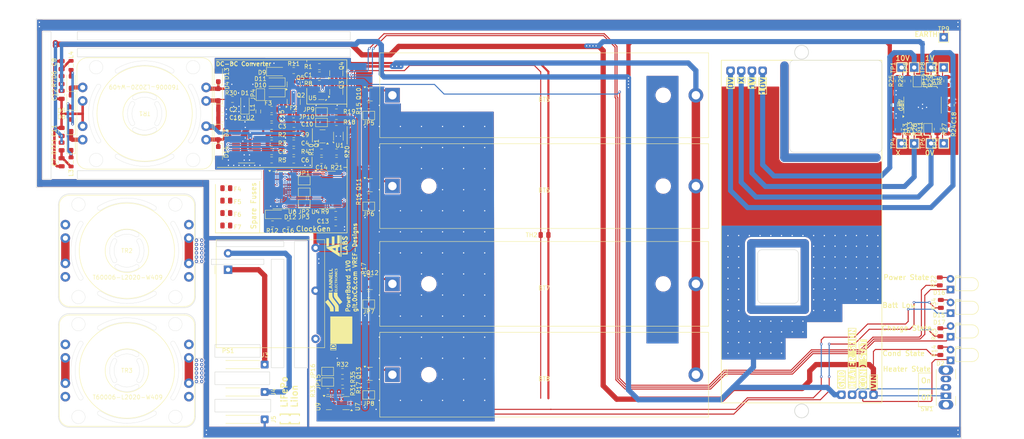
<source format=kicad_pcb>
(kicad_pcb
	(version 20240108)
	(generator "pcbnew")
	(generator_version "8.0")
	(general
		(thickness 1.6)
		(legacy_teardrops no)
	)
	(paper "A4")
	(layers
		(0 "F.Cu" signal)
		(31 "B.Cu" signal)
		(32 "B.Adhes" user "B.Adhesive")
		(33 "F.Adhes" user "F.Adhesive")
		(34 "B.Paste" user)
		(35 "F.Paste" user)
		(36 "B.SilkS" user "B.Silkscreen")
		(37 "F.SilkS" user "F.Silkscreen")
		(38 "B.Mask" user)
		(39 "F.Mask" user)
		(40 "Dwgs.User" user "User.Drawings")
		(41 "Cmts.User" user "User.Comments")
		(42 "Eco1.User" user "User.Eco1")
		(43 "Eco2.User" user "User.Eco2")
		(44 "Edge.Cuts" user)
		(45 "Margin" user)
		(46 "B.CrtYd" user "B.Courtyard")
		(47 "F.CrtYd" user "F.Courtyard")
		(48 "B.Fab" user)
		(49 "F.Fab" user)
		(50 "User.1" user)
		(51 "User.2" user)
		(52 "User.3" user)
		(53 "User.4" user)
		(54 "User.5" user)
		(55 "User.6" user)
		(56 "User.7" user)
		(57 "User.8" user)
		(58 "User.9" user)
	)
	(setup
		(pad_to_mask_clearance 0)
		(allow_soldermask_bridges_in_footprints no)
		(pcbplotparams
			(layerselection 0x00010fc_ffffffff)
			(plot_on_all_layers_selection 0x0000000_00000000)
			(disableapertmacros no)
			(usegerberextensions no)
			(usegerberattributes yes)
			(usegerberadvancedattributes yes)
			(creategerberjobfile yes)
			(dashed_line_dash_ratio 12.000000)
			(dashed_line_gap_ratio 3.000000)
			(svgprecision 4)
			(plotframeref no)
			(viasonmask no)
			(mode 1)
			(useauxorigin no)
			(hpglpennumber 1)
			(hpglpenspeed 20)
			(hpglpendiameter 15.000000)
			(pdf_front_fp_property_popups yes)
			(pdf_back_fp_property_popups yes)
			(dxfpolygonmode yes)
			(dxfimperialunits yes)
			(dxfusepcbnewfont yes)
			(psnegative no)
			(psa4output no)
			(plotreference yes)
			(plotvalue yes)
			(plotfptext yes)
			(plotinvisibletext no)
			(sketchpadsonfab no)
			(subtractmaskfromsilk no)
			(outputformat 1)
			(mirror no)
			(drillshape 0)
			(scaleselection 1)
			(outputdirectory "Gerbers/")
		)
	)
	(net 0 "")
	(net 1 "GND")
	(net 2 "unconnected-(PS1-NC-Pad3)")
	(net 3 "Net-(JP1-A)")
	(net 4 "Net-(JP1-B)")
	(net 5 "Net-(Q4-G)")
	(net 6 "/~{PG}")
	(net 7 "Net-(D5-K)")
	(net 8 "Net-(D5-A)")
	(net 9 "Net-(D6-A)")
	(net 10 "Net-(D7-A)")
	(net 11 "Net-(D10-A)")
	(net 12 "/STAT")
	(net 13 "Net-(D10-K)")
	(net 14 "Net-(Q1-S)")
	(net 15 "Net-(Q1-D)")
	(net 16 "Net-(JP2-A)")
	(net 17 "Net-(JP3-A)")
	(net 18 "/VIN")
	(net 19 "Net-(C11-Pad1)")
	(net 20 "unconnected-(U5-NC-Pad1)")
	(net 21 "Net-(D14-K)")
	(net 22 "Net-(D13-K)")
	(net 23 "Net-(U4-Pad4)")
	(net 24 "Net-(U2-CT)")
	(net 25 "Net-(C5-Pad2)")
	(net 26 "Net-(U2-VC)")
	(net 27 "Net-(C7-Pad2)")
	(net 28 "Net-(C8-Pad2)")
	(net 29 "/VDD")
	(net 30 "/VSS")
	(net 31 "Net-(U2-RVSL)")
	(net 32 "Net-(U2-RCSL)")
	(net 33 "Net-(U2-RT)")
	(net 34 "Net-(U2-PGND)")
	(net 35 "unconnected-(U2-DUTY-Pad3)")
	(net 36 "unconnected-(U2-SYNC-Pad4)")
	(net 37 "unconnected-(U2-NFB-Pad8)")
	(net 38 "Net-(U6B-Q3)")
	(net 39 "Net-(U4-Pad12)")
	(net 40 "Net-(U6A-Q0)")
	(net 41 "unconnected-(U6A-Q1-Pad4)")
	(net 42 "Net-(U6A-Q3)")
	(net 43 "unconnected-(U6A-Q2-Pad5)")
	(net 44 "/COND")
	(net 45 "/HEATER")
	(net 46 "Net-(D2-A)")
	(net 47 "Net-(J3-Pin_1)")
	(net 48 "Net-(J4-Pin_1)")
	(net 49 "Earth")
	(net 50 "/X")
	(net 51 "/10V")
	(net 52 "/1V")
	(net 53 "Net-(JP11-B)")
	(net 54 "Net-(BT5-+)")
	(net 55 "Net-(BT5--)")
	(net 56 "Net-(BT6-+)")
	(net 57 "Net-(BT7-+)")
	(net 58 "Net-(BT8-+)")
	(net 59 "Net-(U5-BAT)")
	(net 60 "Net-(C13-Pad2)")
	(net 61 "/POR")
	(net 62 "Net-(D11-A)")
	(net 63 "/5VIN")
	(net 64 "unconnected-(F4-Pad2)")
	(net 65 "unconnected-(F4-Pad1)")
	(net 66 "unconnected-(F5-Pad2)")
	(net 67 "unconnected-(F5-Pad1)")
	(net 68 "unconnected-(F6-Pad1)")
	(net 69 "unconnected-(F6-Pad2)")
	(net 70 "unconnected-(F7-Pad2)")
	(net 71 "unconnected-(F7-Pad1)")
	(net 72 "Net-(JP5-A)")
	(net 73 "/VBAT")
	(net 74 "Net-(JP6-A)")
	(net 75 "Net-(JP7-A)")
	(net 76 "Net-(JP8-A)")
	(net 77 "Net-(JP10-B)")
	(net 78 "Net-(JP9-A)")
	(net 79 "Net-(JP10-A)")
	(net 80 "/VIN-TOGGLE")
	(net 81 "Net-(Q2-S)")
	(net 82 "Net-(Q3-G)")
	(net 83 "Net-(Q3-D)")
	(net 84 "Net-(U5-V-)")
	(net 85 "/CLK")
	(net 86 "Net-(U1-ISET)")
	(net 87 "Net-(U1-TS)")
	(net 88 "Net-(D16-A)")
	(net 89 "Net-(D17-A)")
	(net 90 "Net-(JP12-B)")
	(net 91 "Net-(JP13-B)")
	(net 92 "Net-(JP14-B)")
	(net 93 "Net-(U8A--)")
	(net 94 "Net-(U8B--)")
	(net 95 "Net-(U8D--)")
	(net 96 "Net-(U8C--)")
	(net 97 "Net-(TR2-Pad2)")
	(net 98 "Net-(TR2-Pad6)")
	(net 99 "unconnected-(TR2-Pad1)")
	(net 100 "unconnected-(TR2-Pad8)")
	(net 101 "unconnected-(TR2-Pad5)")
	(net 102 "unconnected-(TR2-Pad4)")
	(net 103 "Net-(TR3-Pad6)")
	(net 104 "unconnected-(TR3-Pad4)")
	(net 105 "unconnected-(TR3-Pad1)")
	(net 106 "Net-(TR3-Pad2)")
	(net 107 "unconnected-(TR3-Pad8)")
	(net 108 "unconnected-(TR3-Pad5)")
	(net 109 "/0V")
	(net 110 "Net-(D15-A)")
	(net 111 "Net-(JP15-A)")
	(net 112 "Net-(JP16-A)")
	(net 113 "Net-(U7--)")
	(net 114 "Net-(U7-+)")
	(net 115 "Net-(R34-Pad2)")
	(net 116 "unconnected-(U9-NC-Pad3)")
	(net 117 "Net-(D1-A)")
	(footprint "Jumper:SolderJumper-2_P1.3mm_Open_TrianglePad1.0x1.5mm" (layer "F.Cu") (at 109.37 117.65 180))
	(footprint "Package_TO_SOT_SMD:SOT-23" (layer "F.Cu") (at 101.6752 62.8728 90))
	(footprint "LED_THT:LED_D3.0mm_Horizontal_O1.27mm_Z2.0mm" (layer "F.Cu") (at 247.415 125.4 90))
	(footprint "Fuse:Fuse_0805_2012Metric" (layer "F.Cu") (at 86.3377 79.45155))
	(footprint "Inductor_SMD:L_0805_2012Metric" (layer "F.Cu") (at 38.75 61 90))
	(footprint "Capacitor_SMD:C_0805_2012Metric" (layer "F.Cu") (at 91.6377 74.99155))
	(footprint "Package_TO_SOT_SMD:SOT-23" (layer "F.Cu") (at 98.4252 77.8603 180))
	(footprint "Fuse:Fuse_0805_2012Metric" (layer "F.Cu") (at 36.5 64.5 -90))
	(footprint "Jumper:SolderJumper-2_P1.3mm_Open_TrianglePad1.0x1.5mm" (layer "F.Cu") (at 242.04 76.21 90))
	(footprint "Fuse:Fuse_0805_2012Metric" (layer "F.Cu") (at 98.1752 81.5603))
	(footprint "Diode_SMD:D_SOD-123F" (layer "F.Cu") (at 87.3252 64.99155 180))
	(footprint "Battery:BatteryHolder_MPD_BH-18650-PC2" (layer "F.Cu") (at 114.995 68.1))
	(footprint "Diode_SMD:D_SOD-123F" (layer "F.Cu") (at 38.75 79.75 90))
	(footprint "Fuse:Fuse_0805_2012Metric" (layer "F.Cu") (at 77.0405 69.088 180))
	(footprint "Fuse:Fuse_0805_2012Metric" (layer "F.Cu") (at 245 128.79 -90))
	(footprint "TestPoint:TestPoint_THTPad_2.0x2.0mm_Drill1.0mm" (layer "F.Cu") (at 238.79 79.5225 90))
	(footprint "Jumper:SolderJumper-2_P1.3mm_Open_TrianglePad1.0x1.5mm" (layer "F.Cu") (at 94.075 93.87))
	(footprint "Capacitor_SMD:C_0805_2012Metric" (layer "F.Cu") (at 91.5877 83.45155 180))
	(footprint "Capacitor_SMD:C_0805_2012Metric" (layer "F.Cu") (at 98.1752 83.5603 180))
	(footprint "TestPoint:TestPoint_THTPad_2.0x2.0mm_Drill1.0mm" (layer "F.Cu") (at 235.79 61.5225 90))
	(footprint "TestPoint:TestPoint_THTPad_2.0x2.0mm_Drill1.0mm" (layer "F.Cu") (at 242.79 79.5225 90))
	(footprint "Fuse:Fuse_0805_2012Metric" (layer "F.Cu") (at 245 124.326 -90))
	(footprint "LOGO" (layer "F.Cu") (at 101.854 103.886 90))
	(footprint "Resistor_SMD:R_0805_2012Metric" (layer "F.Cu") (at 75.5875 99))
	(footprint "LED_THT:LED_D3.0mm_Horizontal_O1.27mm_Z2.0mm" (layer "F.Cu") (at 247.415 119.8 90))
	(footprint "Converter_ACDC:Converter_ACDC_RECOM_RAC05-xxSK_THT" (layer "F.Cu") (at 76 109.5 180))
	(footprint "Fuse:Fuse_0805_2012Metric" (layer "F.Cu") (at 101.55 96.37 180))
	(footprint "Diode_SMD:D_SOD-123F" (layer "F.Cu") (at 38.75 75.25 90))
	(footprint "LED_THT:LED_D3.0mm_Horizontal_O1.27mm_Z2.0mm" (layer "F.Cu") (at 247.415 131 90))
	(footprint "Fuse:Fuse_0805_2012Metric" (layer "F.Cu") (at 91.5752 62.24155))
	(footprint "Capacitor_SMD:C_0805_2012Metric" (layer "F.Cu") (at 74.65 71.4476 180))
	(footprint "Package_SON:WSON-8-1EP_2x2mm_P0.5mm_EP0.9x1.6mm_ThermalVias" (layer "F.Cu") (at 102.1752 77.8103 90))
	(footprint "Capacitor_SMD:C_0805_2012Metric" (layer "F.Cu") (at 86.3377 75.45155 180))
	(footprint "Diode_SMD:D_SOD-123F" (layer "F.Cu") (at 73.6752 67.9528 90))
	(footprint "Fuse:Fuse_0805_2012Metric" (layer "F.Cu") (at 103.15 133.6375))
	(footprint "Button_Switch_THT:SW_Slide_SPDT_Angled_CK_OS102011MA1Q" (layer "F.Cu") (at 246.315 139.414 90))
	(footprint "Package_TO_SOT_SMD:SOT-23"
		(layer "F.Cu")
		(uuid "3f97e43f-02b7-485d-b4a5-cf52fbfa42f4")
		(at 109.62 134.2)
		(descr "SOT, 3 Pin (JEDEC TO-236 Var AB https://www.jedec.org/document_search?search_api_views_fulltext=TO-236), generated with kicad-footprint-generator ipc_gullwing_generator.py")
		(tags "SOT TO_SOT_SMD")
		(property "Reference" "Q13"
			(at -2.62 -0.2 90)
			(layer "F.SilkS")
			(uuid "b9776b65-dbb2-47c6-b8c5-04b4877bd508")
			(effects
				(font
					(size 1 1)
					(thickness 0.15)
				)
			)
		)
		(property "Value" "BSN20"
			(at 0 2.4 0)
			(layer "F.Fab")
			(uuid "17cf20fa-77ae-4cbb-bd39-16c3cad5d281")
			(effects
				(font
					(size 1 1)
					(thickness 0.15)
				)
			)
		)
		(property "Footprint" "Package_TO_SOT_SMD:SOT-23"
			(at 0 0 0)
			(layer "F.Fab")
			(hide yes)
			(uuid "d595fd68-5e71-4d87-a1bc-3cfc8c8dc409")
			(effects
				(font
					(size 1.27 1.27)
					(thickness 0.15)
				)
			)
		)
		(property "Datasheet" "http://www.diodes.com/assets/Datasheets/ds31898.pdf"
			(at 0 0 0)
			(layer "F.Fab")
			(hide yes)
			(uuid "cc9a95ea-ebc8-4b6c-878d-faf8513f8d43")
			(effects
				(font
					(size 1.27 1.27)
					(thickness 0.15)
				)
			)
		)
		(property "Description" ""
			(at 0 0 0)
			(layer "F.Fab")
			(hide yes)
			(uuid "79ee2bdc-9fdb-42e0-82b0-a3e3dd40e966")
			(effects
				(font
					(size 1.27 1.27)
					(thickness 0.15)
				)
			)
		)
		(property ki_fp_filters 
... [1077092 chars truncated]
</source>
